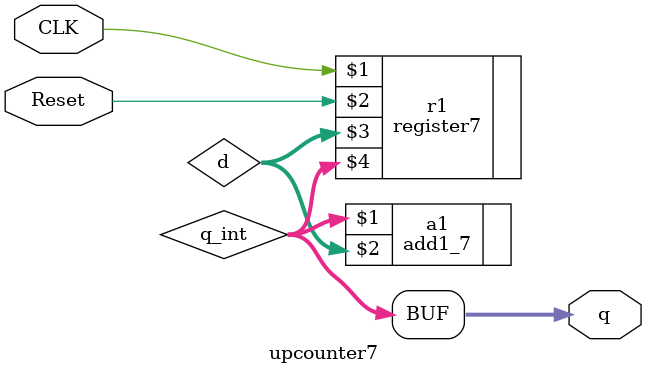
<source format=v>
module upcounter7 (
    input  wire       CLK,
    input  wire       Reset,
    output wire [6:0] q
);

    wire [6:0] d, q_int;

    register7 r1 (CLK, Reset, d, q_int);
    add1_7    a1 (q_int, d);

    assign q = q_int;

endmodule

</source>
